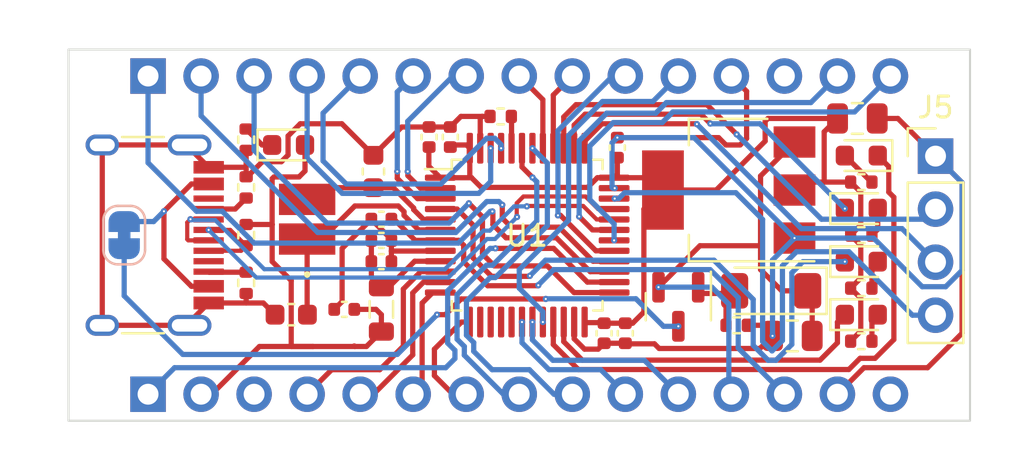
<source format=kicad_pcb>
(kicad_pcb (version 20221018) (generator pcbnew)
  (title_block (date "sam. 04 avril 2015"))
  (layers (0 "F.Cu" signal) (31 "B.Cu" signal) (34 "B.Paste" user) (35 "F.Paste" user) (36 "B.SilkS" user "B.Silkscreen") (37 "F.SilkS" user "F.Silkscreen") (38 "B.Mask" user) (39 "F.Mask" user) (44 "Edge.Cuts" user))
  (net 0 "")
  (net 1 "GND")
  (net 2 "/~{RESET}")
  (net 3 "+3.3V")
  (net 4 "+3.3VA")
  (net 5 "/HSE_IN")
  (net 6 "/HSE_OUT")
  (net 7 "+12V")
  (net 8 "/LED1_GRN")
  (net 9 "+5V")
  (net 10 "Net-(D1-A)")
  (net 11 "/LED2_ORG")
  (net 12 "Net-(D2-A)")
  (net 13 "/LED3_RED")
  (net 14 "Net-(D3-A)")
  (net 15 "/LED4_BLU")
  (net 16 "Net-(D4-A)")
  (net 17 "Net-(D5-A)")
  (net 18 "/PWR_LED_K")
  (net 19 "/PB13")
  (net 21 "/PA0")
  (net 22 "/PA1")
  (net 23 "/PA2")
  (net 24 "/PA3")
  (net 25 "/PB7")
  (net 26 "/PB6")
  (net 27 "/PB0")
  (net 28 "/PB1")
  (net 29 "/PB14")
  (net 30 "/PB15")
  (net 31 "/PB12")
  (net 32 "/PB9")
  (net 33 "/PB8")
  (net 34 "/PC14")
  (net 35 "/PC13")
  (net 36 "/PB5")
  (net 37 "/PB4")
  (net 38 "/PA8")
  (net 39 "/PB2")
  (net 40 "/PA10")
  (net 41 "/PA9")
  (net 42 "Net-(JP1-B)")
  (net 43 "Net-(J3-CC1)")
  (net 44 "/USB_D+")
  (net 45 "/USB_D-")
  (net 47 "Net-(J3-CC2)")
  (net 50 "SWDIO")
  (net 51 "SWCLK")
  (net 52 "SWO")
  (net 53 "VBUS")
  (net 54 "/BOOT0")
  (net 55 "/SPI1_NSS")
  (net 56 "/SPI1_SCK")
  (net 57 "/SPI1_MISO")
  (net 58 "/SPI1_MOSI")
  (footprint "Capacitor_SMD:C_0402_1005Metric" (layer "F.Cu") (at 114.986 91.364)
    (fp_text reference "C6" hide)
    (fp_text value "10n 50V")
  )
  (footprint "Resistor_SMD:R_0402_1005Metric" (layer "F.Cu") (at 137.973 93.65 180)
    (fp_text reference "R1" hide)
    (fp_text value "1k5")
  )
  (footprint "Resistor_SMD:R_0402_1005Metric" (layer "F.Cu") (at 137.973 88.57 180)
    (fp_text reference "R3" hide)
    (fp_text value "1k5")
  )
  (footprint "Resistor_SMD:R_0402_1005Metric" (layer "F.Cu") (at 137.973 96.19 180)
    (fp_text reference "R4" hide)
    (fp_text value "1k5")
  )
  (footprint "Package_TO_SOT_SMD:SOT-223-3_TabPin2" (layer "F.Cu") (at 131.623 88.951 180)
    (fp_text reference "U3" hide)
    (fp_text value "AMS1117-3.3")
  )
  (footprint "Capacitor_SMD:C_0805_2012Metric" (layer "F.Cu") (at 134.671 95.936 180)
    (fp_text reference "C13" hide)
    (fp_text value "22u 25V")
  )
  (footprint "Resistor_SMD:R_0402_1005Metric" (layer "F.Cu") (at 120.701 85.4235 180)
    (fp_text reference "R5" hide)
    (fp_text value "10k")
  )
  (footprint "Resistor_SMD:R_0402_1005Metric" (layer "F.Cu") (at 132.004 95.428)
    (fp_text reference "R10" hide)
    (fp_text value "100k")
  )
  (footprint "LED_SMD:LED_0603_1608Metric" (layer "F.Cu") (at 137.973 92.38)
    (fp_text reference "D1" hide)
    (fp_text value "LED green")
  )
  (footprint "Arduino_MountingHole:MountingHole_65mil" (layer "F.Cu") (at 101.27 83.49)
    (fp_text reference "MH2" hide)
    (fp_text value "MountingHole_65mil" hide)
  )
  (footprint "Capacitor_SMD:C_0603_1608Metric" (layer "F.Cu") (at 114.605 88.062 -90)
    (fp_text reference "C10" hide)
    (fp_text value "20p 50V")
  )
  (footprint "LED_SMD:LED_0603_1608Metric" (layer "F.Cu") (at 110.541 86.792)
    (fp_text reference "D6" hide)
    (fp_text value "LED red (PWR)")
  )
  (footprint "Capacitor_SMD:C_0402_1005Metric" (layer "F.Cu") (at 126.289 86.919 90)
    (fp_text reference "C3" hide)
    (fp_text value "100n 16V")
  )
  (footprint "Capacitor_SMD:C_0402_1005Metric" (layer "F.Cu") (at 117.272 86.411 90)
    (fp_text reference "C4" hide)
    (fp_text value "100n 16V")
  )
  (footprint "Inductor_SMD:L_0805_2012Metric" (layer "F.Cu") (at 114.986 94.666 -90)
    (fp_text reference "L1" hide)
    (fp_text value "600Ω@100MHz")
  )
  (footprint "Diode_SMD:D_MiniMELF" (layer "F.Cu") (at 133.655 93.777 180)
    (fp_text reference "D5" hide)
    (fp_text value "6V")
  )
  (footprint "Capacitor_SMD:C_0603_1608Metric" (layer "F.Cu") (at 110.668 94.92)
    (fp_text reference "C11" hide)
    (fp_text value "20p 50V")
  )
  (footprint "Capacitor_SMD:C_0402_1005Metric" (layer "F.Cu") (at 113.208 94.666 180)
    (fp_text reference "C8" hide)
    (fp_text value "1u 25V")
  )
  (footprint "Connector_PinHeader_2.54mm:PinHeader_1x04_P2.54mm_Vertical" (layer "F.Cu") (at 141.529 87.3252)
    (fp_text reference "J5")
    (fp_text value "DEBUG")
  )
  (footprint "Arduino_MountingHole:MountingHole_65mil" (layer "F.Cu") (at 141.91 98.73)
    (fp_text reference "MH4" hide)
    (fp_text value "MountingHole_65mil" hide)
  )
  (footprint "Resistor_SMD:R_0402_1005Metric" (layer "F.Cu") (at 108.509 88.824 -90)
    (fp_text reference "R6" hide)
    (fp_text value "5k1")
  )
  (footprint "LED_SMD:LED_0603_1608Metric" (layer "F.Cu") (at 137.973 89.84)
    (fp_text reference "D2" hide)
    (fp_text value "LED yellow")
  )
  (footprint "Package_QFP:LQFP-48_7x7mm_P0.5mm" (layer "F.Cu") (at 121.971 91.11)
    (fp_text reference "U1")
    (fp_text value "STM32F103C8T6")
  )
  (footprint "Capacitor_SMD:C_0402_1005Metric" (layer "F.Cu") (at 114.986 92.38)
    (fp_text reference "C7" hide)
    (fp_text value "1u 25V")
  )
  (footprint "LED_SMD:LED_0603_1608Metric" (layer "F.Cu") (at 137.973 87.3 180)
    (fp_text reference "D3" hide)
    (fp_text value "LED red")
  )
  (footprint "Capacitor_SMD:C_0402_1005Metric" (layer "F.Cu") (at 125.654 95.809 -90)
    (fp_text reference "C2" hide)
    (fp_text value "100n 16V")
  )
  (footprint "Capacitor_SMD:C_0402_1005Metric" (layer "F.Cu") (at 118.288 86.411 90)
    (fp_text reference "C5" hide)
    (fp_text value "100n 16V")
  )
  (footprint "Arduino_MountingHole:MountingHole_65mil" (layer "F.Cu") (at 101.27 98.73)
    (fp_text reference "MH1" hide)
    (fp_text value "MountingHole_65mil" hide)
  )
  (footprint "Resistor_SMD:R_0402_1005Metric" (layer "F.Cu") (at 108.509 86.538 -90)
    (fp_text reference "R9" hide)
    (fp_text value "1k5")
  )
  (footprint "Capacitor_SMD:C_0805_2012Metric" (layer "F.Cu") (at 137.785 85.522)
    (fp_text reference "C14" hide)
    (fp_text value "22u 25V")
  )
  (footprint "Capacitor_SMD:C_0402_1005Metric" (layer "F.Cu") (at 126.67 95.809 -90)
    (fp_text reference "C1" hide)
    (fp_text value "10n 50V")
  )
  (footprint "Resistor_SMD:R_0402_1005Metric" (layer "F.Cu") (at 108.509 93.396 90)
    (fp_text reference "R7" hide)
    (fp_text value "5k1")
  )
  (footprint "Connector_USB:USB_C_Receptacle_HRO_TYPE-C-31-M-12" (layer "F.Cu") (at 102.667 91.11 -90)
    (fp_text reference "J3" hide)
    (fp_text value "TYPE-C-31-M-12")
  )
  (footprint "Arduino_MountingHole:MountingHole_65mil" (layer "F.Cu") (at 141.91 83.49)
    (fp_text reference "MH3" hide)
    (fp_text value "MountingHole_65mil" hide)
  )
  (footprint "Package_TO_SOT_SMD:SOT-23" (layer "F.Cu") (at 129.21 94.539 -90)
    (fp_text reference "Q1" hide)
    (fp_text value "AO3401A")
  )
  (footprint "Resistor_SMD:R_0402_1005Metric" (layer "F.Cu") (at 108.509 91.11 -90)
    (fp_text reference "R8" hide)
    (fp_text value "1k5")
  )
  (footprint "Capacitor_SMD:C_0402_1005Metric" (layer "F.Cu") (at 114.986 90.348 180)
    (fp_text reference "C9" hide)
    (fp_text value "100n 16V")
  )
  (footprint "LED_SMD:LED_0603_1608Metric" (layer "F.Cu") (at 137.973 94.92)
    (fp_text reference "D4" hide)
    (fp_text value "LED blue")
  )
  (footprint "Resistor_SMD:R_0402_1005Metric" (layer "F.Cu") (at 137.973 91.11 180)
    (fp_text reference "R2" hide)
    (fp_text value "1k5")
  )
  (footprint "Project_Library:NX3225GD8MHZSTDCRA3" (layer "F.Cu") (at 111.43 90.348 90)
    (fp_text reference "X1" hide)
    (fp_text value "NX3225GD-8MHZ-STD-CRA-3" hide)
  )
  (footprint "Connector_PinHeader_2.54mm:PinHeader_1x15_P2.54mm_Vertical" (layer "B.Cu") (at 103.81 98.73 -90)
    (fp_text reference "J1" hide)
    (fp_text value "Analog")
  )
  (footprint "Connector_PinHeader_2.54mm:PinHeader_1x15_P2.54mm_Vertical" (layer "B.Cu") (at 103.81 83.49 -90)
    (fp_text reference "J2" hide)
    (fp_text value "Digital")
  )
  (footprint "Jumper:SolderJumper-2_P1.3mm_Bridged_RoundedPad1.0x1.5mm" (layer "B.Cu") (at 102.667 91.11 90)
    (fp_text reference "JP1" hide)
    (fp_text value "Disc. VBUS")
  )
  (gr_rect (start 100 82.22) (end 143.18 100) (stroke (width 0.1)) (fill none) (layer "Edge.Cuts"))
  (segment (start 110.516 86.360521) (end 110.516 87.273479) (width 0.25) (layer "F.Cu") (net 1))
  (segment (start 119.721 85.5145) (end 119.812 85.4235) (width 0.25) (layer "F.Cu") (net 1))
  (segment (start 108.562521 88.314) (end 108.509 88.314) (width 0.25) (layer "F.Cu") (net 1))
  (segment (start 105.515 95.557) (end 106.712 94.36) (width 0.25) (layer "F.Cu") (net 1))
  (segment (start 114.506 90.355609) (end 114.506 90.348) (width 0.25) (layer "F.Cu") (net 1))
  (segment (start 111.100521 85.776) (end 110.516 86.360521) (width 0.25) (layer "F.Cu") (net 1))
  (segment (start 109.333 94.36) (end 108.509 94.36) (width 0.25) (layer "F.Cu") (net 1))
  (segment (start 132.479 84.219) (end 131.75 83.49) (width 0.25) (layer "F.Cu") (net 1))
  (segment (start 132.514 95.428) (end 133.213 95.428) (width 0.25) (layer "F.Cu") (net 1))
  (segment (start 108.509 87.808) (end 108.509 87.048) (width 0.25) (layer "F.Cu") (net 1))
  (segment (start 109.893 94.92) (end 109.333 94.36) (width 0.25) (layer "F.Cu") (net 1))
  (segment (start 114.605 87.287) (end 113.094 85.776) (width 0.25) (layer "F.Cu") (net 1))
  (segment (start 125.654 96.289) (end 126.67 96.289) (width 0.25) (layer "F.Cu") (net 1))
  (segment (start 124.221 96.075685) (end 124.716315 96.571) (width 0.25) (layer "F.Cu") (net 1))
  (segment (start 115.466 91.364) (end 115.466 91.872) (width 0.25) (layer "F.Cu") (net 1))
  (segment (start 133.118 96.539) (end 133.721 95.936) (width 0.25) (layer "F.Cu") (net 1))
  (segment (start 106.712 87.86) (end 108.457 87.86) (width 0.25) (layer "F.Cu") (net 1))
  (segment (start 132.479 86.480752) (end 132.479 84.219) (width 0.25) (layer "F.Cu") (net 1))
  (segment (start 136.83 98.73) (end 138.1 97.46) (width 0.25) (layer "F.Cu") (net 1))
  (segment (start 142.799 95.809) (end 142.799 88.5952) (width 0.25) (layer "F.Cu") (net 1))
  (segment (start 113.105 94.289) (end 112.728 94.666) (width 0.25) (layer "F.Cu") (net 1))
  (segment (start 101.617 95.43) (end 105.797 95.43) (width 0.25) (layer "F.Cu") (net 1))
  (segment (start 110.516 87.273479) (end 110.197479 87.592) (width 0.25) (layer "F.Cu") (net 1))
  (segment (start 113.105 91.749) (end 113.105 94.289) (width 0.25) (layer "F.Cu") (net 1))
  (segment (start 105.797 86.945) (end 106.712 87.86) (width 0.25) (layer "F.Cu") (net 1))
  (segment (start 115.466 91.872) (end 115.466 92.38) (width 0.25) (layer "F.Cu") (net 1))
  (segment (start 108.509 93.906) (end 108.509 94.36) (width 0.25) (layer "F.Cu") (net 1))
  (segment (start 115.466 91.872) (end 117.7965 91.872) (width 0.25) (layer "F.Cu") (net 1))
  (segment (start 128.067 96.317) (end 128.289 96.539) (width 0.25) (layer "F.Cu") (net 1))
  (segment (start 132.167752 86.792) (end 132.479 86.480752) (width 0.25) (layer "F.Cu") (net 1))
  (segment (start 101.617 95.43) (end 101.617 86.79) (width 0.25) (layer "F.Cu") (net 1))
  (segment (start 117.7965 91.872) (end 117.8085 91.86) (width 0.25) (layer "F.Cu") (net 1))
  (segment (start 125.372 96.571) (end 125.654 96.289) (width 0.25) (layer "F.Cu") (net 1))
  (segment (start 126.1615 88.86) (end 126.162 88.8595) (width 0.25) (layer "F.Cu") (net 1))
  (segment (start 131.490498 86.792) (end 132.167752 86.792) (width 0.25) (layer "F.Cu") (net 1))
  (segment (start 117.242 85.901) (end 117.272 85.931) (width 0.25) (layer "F.Cu") (net 1))
  (segment (start 109.284521 87.592) (end 108.562521 88.314) (width 0.25) (layer "F.Cu") (net 1))
  (segment (start 133.213 95.428) (end 133.721 95.936) (width 0.25) (layer "F.Cu") (net 1))
  (segment (start 118.288 85.931) (end 118.7955 85.4235) (width 0.25) (layer "F.Cu") (net 1))
  (segment (start 126.698 96.317) (end 126.67 96.289) (width 0.25) (layer "F.Cu") (net 1))
  (segment (start 105.797 86.79) (end 105.797 86.945) (width 0.25) (layer "F.Cu") (net 1))
  (segment (start 139.7258 85.522) (end 138.735 85.522) (width 0.25) (layer "F.Cu") (net 1))
  (segment (start 113.094 85.776) (end 111.100521 85.776) (width 0.25) (layer "F.Cu") (net 1))
  (segment (start 138.1 97.46) (end 141.148 97.46) (width 0.25) (layer "F.Cu") (net 1))
  (segment (start 115.466 91.315609) (end 114.506 90.355609) (width 0.25) (layer "F.Cu") (net 1))
  (segment (start 142.799 88.5952) (end 139.7258 85.522) (width 0.25) (layer "F.Cu") (net 1))
  (segment (start 119.812 85.4235) (end 120.191 85.4235) (width 0.25) (layer "F.Cu") (net 1))
  (segment (start 131.137498 86.439) (end 131.490498 86.792) (width 0.25) (layer "F.Cu") (net 1))
  (segment (start 108.509 94.36) (end 106.712 94.36) (width 0.25) (layer "F.Cu") (net 1))
  (segment (start 128.067 96.317) (end 126.698 96.317) (width 0.25) (layer "F.Cu") (net 1))
  (segment (start 108.509 88.314) (end 108.509 87.808) (width 0.25) (layer "F.Cu") (net 1))
  (segment (start 115.466 91.364) (end 115.466 91.315609) (width 0.25) (layer "F.Cu") (net 1))
  (segment (start 117.272 85.931) (end 118.288 85.931) (width 0.25) (layer "F.Cu") (net 1))
  (segment (start 115.961 85.931) (end 114.605 87.287) (width 0.25) (layer "F.Cu") (net 1))
  (segment (start 119.721 86.9475) (end 119.721 85.5145) (width 0.25) (layer "F.Cu") (net 1))
  (segment (start 126.1335 88.86) (end 126.1615 88.86) (width 0.25) (layer "F.Cu") (net 1))
  (segment (start 114.506 90.348) (end 113.105 91.749) (width 0.25) (layer "F.Cu") (net 1))
  (segment (start 110.197479 87.592) (end 109.284521 87.592) (width 0.25) (layer "F.Cu") (net 1))
  (segment (start 118.7955 85.4235) (end 119.812 85.4235) (width 0.25) (layer "F.Cu") (net 1))
  (segment (start 101.617 86.79) (end 105.797 86.79) (width 0.25) (layer "F.Cu") (net 1))
  (segment (start 126.289 86.439) (end 131.137498 86.439) (width 0.25) (layer "F.Cu") (net 1))
  (segment (start 128.289 96.539) (end 133.118 96.539) (width 0.25) (layer "F.Cu") (net 1))
  (segment (start 124.221 95.2725) (end 124.221 96.075685) (width 0.25) (layer "F.Cu") (net 1))
  (segment (start 117.272 85.931) (end 115.961 85.931) (width 0.25) (layer "F.Cu") (net 1))
  (segment (start 124.716315 96.571) (end 125.372 96.571) (width 0.25) (layer "F.Cu") (net 1))
  (segment (start 108.457 87.86) (end 108.509 87.808) (width 0.25) (layer "F.Cu") (net 1))
  (segment (start 141.148 97.46) (end 142.799 95.809) (width 0.25) (layer "F.Cu") (net 1))
  (via micro (at 126.162 88.8595) (size 0.3) (drill 0.1) (layers "F.Cu" "B.Cu") (net 1))
  (via micro (at 134.773 91.251) (size 0.3) (drill 0.1) (layers "F.Cu" "B.Cu") (net 1))
  (via micro (at 133.721 95.936) (size 0.3) (drill 0.1) (layers "F.Cu" "B.Cu") (net 1))
  (via micro (at 126.289 86.439) (size 0.3) (drill 0.1) (layers "F.Cu" "B.Cu") (net 1))
  (segment (start 142.015701 93.5802) (end 142.799 92.796901) (width 0.25) (layer "B.Cu") (net 1))
  (segment (start 126.162 88.8595) (end 126.0705 88.8595) (width 0.25) (layer "B.Cu") (net 1))
  (segment (start 129.961 86.439) (end 134.773 91.251) (width 0.25) (layer "B.Cu") (net 1))
  (segment (start 126.035 88.824) (end 126.035 86.693) (width 0.25) (layer "B.Cu") (net 1))
  (segment (start 138.560499 91.251) (end 140.889699 93.5802) (width 0.25) (layer "B.Cu") (net 1))
  (segment (start 126.289 86.439) (end 129.961 86.439) (width 0.25) (layer "B.Cu") (net 1))
  (segment (start 126.0705 88.8595) (end 126.035 88.824) (width 0.25) (layer "B.Cu") (net 1))
  (segment (start 142.799 88.5952) (end 141.529 87.3252) (width 0.25) (layer "B.Cu") (net 1))
  (segment (start 126.035 86.693) (end 126.289 86.439) (width 0.25) (layer "B.Cu") (net 1))
  (segment (start 133.721 92.303) (end 133.721 95.936) (width 0.25) (layer "B.Cu") (net 1))
  (segment (start 142.799 92.796901) (end 142.799 88.5952) (width 0.25) (layer "B.Cu") (net 1))
  (segment (start 140.889699 93.5802) (end 142.015701 93.5802) (width 0.25) (layer "B.Cu") (net 1))
  (segment (start 134.773 91.251) (end 138.560499 91.251) (width 0.25) (layer "B.Cu") (net 1))
  (segment (start 134.773 91.251) (end 133.721 92.303) (width 0.25) (layer "B.Cu") (net 1))
  (segment (start 122.502523 93.510477) (end 122.479 93.534) (width 0.25) (layer "F.Cu") (net 2))
  (segment (start 118.696 91.36) (end 117.8085 91.36) (width 0.25) (layer "F.Cu") (net 2))
  (segment (start 118.9275 92.3845) (end 118.9275 91.5915) (width 0.25) (layer "F.Cu") (net 2))
  (segment (start 116.605 91.36) (end 115.593 90.348) (width 0.25) (layer "F.Cu") (net 2))
  (segment (start 120.077 93.534) (end 118.9275 92.3845) (width 0.25) (layer "F.Cu") (net 2))
  (segment (start 118.9275 91.5915) (end 118.696 91.36) (width 0.25) (layer "F.Cu") (net 2))
  (segment (start 122.479 93.534) (end 120.077 93.534) (width 0.25) (layer "F.Cu") (net 2))
  (segment (start 117.8085 91.36) (end 116.605 91.36) (width 0.25) (layer "F.Cu") (net 2))
  (via micro (at 122.502523 93.510477) (size 0.3) (drill 0.1) (layers "F.Cu" "B.Cu") (net 2))
  (segment (start 130.732604 92.761) (end 132.078604 94.107) (width 0.25) (layer "B.Cu") (net 2))
  (segment (start 123.241 92.761) (end 130.732604 92.761) (width 0.25) (layer "B.Cu") (net 2))
  (segment (start 122.502523 93.499477) (end 123.241 92.761) (width 0.25) (layer "B.Cu") (net 2))
  (segment (start 132.078604 96.518604) (end 134.29 98.73) (width 0.25) (layer "B.Cu") (net 2))
  (segment (start 132.078604 94.107) (end 132.078604 96.518604) (width 0.25) (layer "B.Cu") (net 2))
  (segment (start 122.502523 93.510477) (end 122.502523 93.499477) (width 0.25) (layer "B.Cu") (net 2))
  (segment (start 109.839462 88.323) (end 109.753 88.409462) (width 0.25) (layer "F.Cu") (net 3))
  (segment (start 106.35 98.73) (end 106.858 98.73) (width 0.25) (layer "F.Cu") (net 3))
  (segment (start 110.668 96.4355) (end 110.6765 96.444) (width 0.25) (layer "F.Cu") (net 3))
  (segment (start 117.26 87.8115) (end 117.8085 88.36) (width 0.25) (layer "F.Cu") (net 3))
  (segment (start 110.668 93.287) (end 110.668 96.4355) (width 0.25) (layer "F.Cu") (net 3))
  (segment (start 119.304 88.36) (end 119.768 88.824) (width 0.25) (layer "F.Cu") (net 3))
  (segment (start 137.948 94.135) (end 137.948 95.705) (width 0.25) (layer "F.Cu") (net 3))
  (segment (start 114.986 95.7285) (end 114.986 94.92) (width 0.25) (layer "F.Cu") (net 3))
  (segment (start 109.753 88.409462) (end 109.753 90.6) (width 0.25) (layer "F.Cu") (net 3))
  (segment (start 113.688 96.416) (end 113.716 96.444) (width 0.25) (layer "F.Cu") (net 3))
  (segment (start 137.948 89.055) (end 137.948 90.627) (width 0.25) (layer "F.Cu") (net 3))
  (segment (start 127.559 89.865) (end 128.473 88.951) (width 0.25) (layer "F.Cu") (net 3))
  (segment (start 125.330315 88.36) (end 126.1335 88.36) (width 0.25) (layer "F.Cu") (net 3))
  (segment (start 137.463 91.11) (end 137.948 91.595) (width 0.25) (layer "F.Cu") (net 3))
  (segment (start 109.755 92.374) (end 110.668 93.287) (width 0.25) (layer "F.Cu") (net 3))
  (segment (start 124.721 95.2725) (end 124.7495 95.301) (width 0.25) (layer "F.Cu") (net 3))
  (segment (start 109.144 96.444) (end 111.714183 96.444) (width 0.25) (layer "F.Cu") (net 3))
  (segment (start 127.023 95.329) (end 127.559 94.793) (width 0.25) (layer "F.Cu") (net 3))
  (segment (start 126.67 95.329) (end 127.023 95.329) (width 0.25) (layer "F.Cu") (net 3))
  (segment (start 137.948 91.595) (end 137.948 93.165) (width 0.25) (layer "F.Cu") (net 3))
  (segment (start 119.221 86.9475) (end 119.221 88.277) (width 0.25) (layer "F.Cu") (net 3))
  (segment (start 126.289 88.2045) (end 126.1335 88.36) (width 0.25) (layer "F.Cu") (net 3))
  (segment (start 125.654 95.329) (end 126.67 95.329) (width 0.25) (layer "F.Cu") (net 3))
  (segment (start 106.858 98.73) (end 109.144 96.444) (width 0.25) (layer "F.Cu") (net 3))
  (segment (start 114.986 94.92) (end 114.732 94.666) (width 0.25) (layer "F.Cu") (net 3))
  (segment (start 119.066 86.7925) (end 119.221 86.9475) (width 0.25) (layer "F.Cu") (net 3))
  (segment (start 137.463 88.57) (end 137.948 89.055) (width 0.25) (layer "F.Cu") (net 3))
  (segment (start 114.2705 96.444) (end 114.986 95.7285) (width 0.25) (layer "F.Cu") (net 3))
  (segment (start 137.948 93.165) (end 137.463 93.65) (width 0.25) (layer "F.Cu") (net 3))
  (segment (start 118.276 86.7925) (end 119.066 86.7925) (width 0.25) (layer "F.Cu") (net 3))
  (segment (start 113.716 96.444) (end 114.2705 96.444) (width 0.25) (layer "F.Cu") (net 3))
  (segment (start 109.753 90.6) (end 109.755 90.602) (width 0.25) (layer "F.Cu") (net 3))
  (segment (start 111.3285 88.0365) (end 111.042 88.323) (width 0.25) (layer "F.Cu") (net 3))
  (segment (start 137.465 91.11) (end 137.463 91.11) (width 0.25) (layer "F.Cu") (net 3))
  (segment (start 109.755 90.602) (end 109.755 92.374) (width 0.25) (layer "F.Cu") (net 3))
  (segment (start 134.773 88.951) (end 135.154 88.57) (width 0.25) (layer "F.Cu") (net 3))
  (segment (start 133.503752 85.522) (end 133.368 85.657752) (width 0.25) (layer "F.Cu") (net 3))
  (segment (start 111.042 88.323) (end 109.839462 88.323) (width 0.25) (layer "F.Cu") (net 3))
  (segment (start 126.289 87.399) (end 126.289 88.2045) (width 0.25) (layer "F.Cu") (net 3))
  (segment (start 135.154 88.57) (end 136.195 88.57) (width 0.25) (layer "F.Cu") (net 3))
  (segment (start 136.835 85.522) (end 133.503752 85.522) (width 0.25) (layer "F.Cu") (net 3))
  (segment (start 136.195 88.57) (end 137.463 88.57) (width 0.25) (layer "F.Cu") (net 3))
  (segment (start 114.732 94.666) (end 113.688 94.666) (width 0.25) (layer "F.Cu") (net 3))
  (segment (start 125.626 95.301) (end 125.654 95.329) (width 0.25) (layer "F.Cu") (net 3))
  (segment (start 110.6765 96.444) (end 111.714183 96.444) (width 0.25) (layer "F.Cu") (net 3))
  (segment (start 127.559 94.793) (end 127.559 89.865) (width 0.25) (layer "F.Cu") (net 3))
  (segment (start 133.368 86.607752) (end 131.024752 88.951) (width 0.25) (layer "F.Cu") (net 3))
  (segment (start 127.882 88.36) (end 126.1335 88.36) (width 0.25) (layer "F.Cu") (net 3))
  (segment (start 124.866315 88.824) (end 125.330315 88.36) (width 0.25) (layer "F.Cu") (net 3))
  (segment (start 137.948 95.705) (end 137.463 96.19) (width 0.25) (layer "F.Cu") (net 3))
  (segment (start 108.509 90.6) (end 109.753 90.6) (width 0.25) (layer "F.Cu") (net 3))
  (segment (start 117.8085 88.36) (end 119.304 88.36) (width 0.25) (layer "F.Cu") (net 3))
  (segment (start 111.714183 96.444) (end 113.716 96.444) (width 0.25) (layer "F.Cu") (net 3))
  (segment (start 136.195 86.162) (end 136.195 88.57) (width 0.25) (layer "F.Cu") (net 3))
  (segment (start 119.221 88.277) (end 119.304 88.36) (width 0.25) (layer "F.Cu") (net 3))
  (segment (start 133.368 85.657752) (end 133.368 86.607752) (width 0.25) (layer "F.Cu") (net 3))
  (segment (start 128.473 88.951) (end 127.882 88.36) (width 0.25) (layer "F.Cu") (net 3))
  (segment (start 119.768 88.824) (end 124.866315 88.824) (width 0.25) (layer "F.Cu") (net 3))
  (segment (start 131.024752 88.951) (end 128.473 88.951) (width 0.25) (layer "F.Cu") (net 3))
  (segment (start 124.7495 95.301) (end 125.626 95.301) (width 0.25) (layer "F.Cu") (net 3))
  (segment (start 137.463 93.65) (end 137.948 94.135) (width 0.25) (layer "F.Cu") (net 3))
  (segment (start 117.26 86.7925) (end 117.26 87.8115) (width 0.25) (layer "F.Cu") (net 3))
  (segment (start 137.948 90.627) (end 137.465 91.11) (width 0.25) (layer "F.Cu") (net 3))
  (segment (start 136.835 85.522) (end 136.195 86.162) (width 0.25) (layer "F.Cu") (net 3))
  (segment (start 111.3285 86.792) (end 111.3285 88.0365) (width 0.25) (layer "F.Cu") (net 3))
  (segment (start 114.986 93.6035) (end 114.506 93.1235) (width 0.25) (layer "F.Cu") (net 4))
  (segment (start 115.337109 93.6035) (end 115.113 93.6035) (width 0.25) (layer "F.Cu") (net 4))
  (segment (start 114.506 93.1235) (end 114.506 92.38) (width 0.25) (layer "F.Cu") (net 4))
  (segment (start 114.506 92.38) (end 114.506 91.364) (width 0.25) (layer "F.Cu") (net 4))
  (segment (start 116.580609 92.36) (end 115.337109 93.6035) (width 0.25) (layer "F.Cu") (net 4))
  (segment (start 117.8085 92.36) (end 116.580609 92.36) (width 0.25) (layer "F.Cu") (net 4))
  (segment (start 116.532005 89.88669) (end 117.005315 90.36) (width 0.25) (layer "F.Cu") (net 5))
  (segment (start 114.605 88.837) (end 115.559005 88.837) (width 0.25) (layer "F.Cu") (net 5))
  (segment (start 114.605 88.837) (end 111.991 88.837) (width 0.25) (layer "F.Cu") (net 5))
  (segment (start 111.991 88.837) (end 111.43 89.398) (width 0.25) (layer "F.Cu") (net 5))
  (segment (start 117.005315 90.36) (end 117.8085 90.36) (width 0.25) (layer "F.Cu") (net 5))
  (segment (start 115.559005 88.837) (end 116.532005 89.81) (width 0.25) (layer "F.Cu") (net 5))
  (segment (start 116.532005 89.81) (end 116.532005 89.88669) (width 0.25) (layer "F.Cu") (net 5))
  (segment (start 116.071 89.985391) (end 115.798609 89.713) (width 0.25) (layer "F.Cu") (net 6))
  (segment (start 113.716 89.713) (end 112.131 91.298) (width 0.25) (layer "F.Cu") (net 6))
  (segment (start 112.131 91.298) (end 111.43 91.298) (width 0.25) (layer "F.Cu") (net 6))
  (segment (start 116.071 90.163) (end 116.071 89.985391) (width 0.25) (layer "F.Cu") (net 6))
  (segment (start 111.43 94.907) (end 111.443 94.92) (width 0.25) (layer "F.Cu") (net 6))
  (segment (start 117.8085 90.86) (end 116.768 90.86) (width 0.25) (layer "F.Cu") (net 6))
  (segment (start 115.798609 89.713) (end 113.716 89.713) (width 0.25) (layer "F.Cu") (net 6))
  (segment (start 116.768 90.86) (end 116.071 90.163) (width 0.25) (layer "F.Cu") (net 6))
  (segment (start 111.43 91.298) (end 111.43 94.907) (width 0.25) (layer "F.Cu") (net 6))
  (segment (start 122.098 93.0595) (end 122.0735 93.084) (width 0.25) (layer "F.Cu") (net 8))
  (segment (start 118.611685 89.86) (end 117.8085 89.86) (width 0.25) (layer "F.Cu") (net 8))
  (segment (start 120.262 93.084) (end 119.3775 92.1995) (width 0.25) (layer "F.Cu") (net 8))
  (segment (start 119.3775 90.625815) (end 118.611685 89.86) (width 0.25) (layer "F.Cu") (net 8))
  (segment (start 119.3775 92.1995) (end 119.3775 90.625815) (width 0.25) (layer "F.Cu") (net 8))
  (segment (start 122.0735 93.084) (end 120.262 93.084) (width 0.25) (layer "F.Cu") (net 8))
  (via micro (at 122.098 93.0595) (size 0.3) (drill 0.1) (layers "F.Cu" "B.Cu") (net 8))
  (via micro (at 137.1855 92.38) (size 0.3) (drill 0.1) (layers "F.Cu" "B.Cu") (net 8))
  (segment (start 133.884396 97.105) (end 134.646 96.343396) (width 0.25) (layer "B.Cu") (net 8))
  (segment (start 133.511604 97.105) (end 133.884396 97.105) (width 0.25) (layer "B.Cu") (net 8))
  (segment (start 122.098 93.0595) (end 122.8465 92.311) (width 0.25) (layer "B.Cu") (net 8))
  (segment (start 130.919 92.311) (end 132.796 94.188) (width 0.25) (layer "B.Cu") (net 8))
  (segment (start 134.646 92.913) (end 135.179 92.38) (width 0.25) (layer "B.Cu") (net 8))
  (segment (start 135.179 92.38) (end 137.1855 92.38) (width 0.25) (layer "B.Cu") (net 8))
  (segment (start 132.796 96.389396) (end 133.511604 97.105) (width 0.25) (layer "B.Cu") (net 8))
  (segment (start 122.8465 92.311) (end 130.919 92.311) (width 0.25) (layer "B.Cu") (net 8))
  (segment (start 134.646 96.343396) (end 134.646 92.913) (width 0.25) (layer "B.Cu") (net 8))
  (segment (start 132.796 94.188) (end 132.796 96.389396) (width 0.25) (layer "B.Cu") (net 8))
  (segment (start 128.26 93.6015) (end 130.2435 91.618) (width 0.25) (layer "F.Cu") (net 9))
  (segment (start 133.147 88.277) (end 133.147 91.618) (width 0.25) (layer "F.Cu") (net 9))
  (segment (start 133.147 91.618) (end 133.147 92.761) (width 0.25) (layer "F.Cu") (net 9))
  (segment (start 134.773 86.651) (end 133.147 88.277) (width 0.25) (layer "F.Cu") (net 9))
  (segment (start 133.147 92.761) (end 134.163 93.777) (width 0.25) (layer "F.Cu") (net 9))
  (segment (start 135.621 93.993) (end 135.405 93.777) (width 0.25) (layer "F.Cu") (net 9))
  (segment (start 134.163 93.777) (end 135.405 93.777) (width 0.25) (layer "F.Cu") (net 9))
  (segment (start 135.621 95.936) (end 135.621 93.993) (width 0.25) (layer "F.Cu") (net 9))
  (segment (start 130.2435 91.618) (end 133.147 91.618) (width 0.25) (layer "F.Cu") (net 9))
  (via micro (at 128.26 93.6015) (size 0.3) (drill 0.1) (layers "F.Cu" "B.Cu") (net 9))
  (segment (start 130.8125 93.6015) (end 128.26 93.6015) (width 0.25) (layer "B.Cu") (net 9))
  (segment (start 131.628604 94.417604) (end 130.8125 93.6015) (width 0.25) (layer "B.Cu") (net 9))
  (segment (start 131.628604 98.608604) (end 131.628604 94.417604) (width 0.25) (layer "B.Cu") (net 9))
  (segment (start 131.75 98.73) (end 131.628604 98.608604) (width 0.25) (layer "B.Cu") (net 9))
  (segment (start 138.483 92.6575) (end 138.7605 92.38) (width 0.25) (layer "F.Cu") (net 10))
  (segment (start 138.483 93.65) (end 138.483 92.6575) (width 0.25) (layer "F.Cu") (net 10))
  (segment (start 130.295546 85.3188) (end 124.7396 85.3188) (width 0.25) (layer "F.Cu") (net 11))
  (segment (start 124.221 85.8374) (end 124.221 86.9475) (width 0.25) (layer "F.Cu") (net 11))
  (segment (start 130.743373 85.766627) (end 130.295546 85.3188) (width 0.25) (layer "F.Cu") (net 11))
  (segment (start 124.7396 85.3188) (end 124.221 85.8374) (width 0.25) (layer "F.Cu") (net 11))
  (via micro (at 137.1855 89.84) (size 0.3) (drill 0.1) (layers "F.Cu" "B.Cu") (net 11))
  (via micro (at 130.743373 85.766627) (size 0.3) (drill 0.1) (layers "F.Cu" "B.Cu") (net 11))
  (segment (start 130.743373 85.766627) (end 130.752746 85.776) (width 0.25) (layer "B.Cu") (net 11))
  (segment (start 130.752746 85.776) (end 133.1215 85.776) (width 0.25) (layer "B.Cu") (net 11))
  (segment (start 133.1215 85.776) (end 137.1855 89.84) (width 0.25) (layer "B.Cu") (net 11))
  (segment (start 138.7605 89.84) (end 138.7605 90.8325) (width 0.25) (layer "F.Cu") (net 12))
  (segment (start 138.7605 90.8325) (end 138.483 91.11) (width 0.25) (layer "F.Cu") (net 12))
  (segment (start 137.913604 97.01) (end 138.633538 97.01) (width 0.25) (layer "F.Cu") (net 13))
  (segment (start 137.376604 97.547) (end 137.913604 97.01) (width 0.25) (layer "F.Cu") (net 13))
  (segment (start 139.29 87.8295) (end 138.7605 87.3) (width 0.25) (layer "F.Cu") (net 13))
  (segment (start 138.633538 97.01) (end 139.533704 96.109834) (width 0.25) (layer "F.Cu") (net 13))
  (segment (start 123.221 96.348477) (end 124.419523 97.547) (width 0.25) (layer "F.Cu") (net 13))
  (segment (start 139.533704 89.295296) (end 139.29 89.051592) (width 0.25) (layer "F.Cu") (net 13))
  (segment (start 124.419523 97.547) (end 137.376604 97.547) (width 0.25) (layer "F.Cu") (net 13))
  (segment (start 139.29 89.051592) (end 139.29 87.8295) (width 0.25) (layer "F.Cu") (net 13))
  (segment (start 123.221 95.2725) (end 123.221 96.348477) (width 0.25) (layer "F.Cu") (net 13))
  (segment (start 139.533704 96.109834) (end 139.533704 89.295296) (width 0.25) (layer "F.Cu") (net 13))
  (segment (start 138.4555 88.57) (end 137.1855 87.3) (width 0.25) (layer "F.Cu") (net 14))
  (segment (start 138.483 88.57) (end 138.4555 88.57) (width 0.25) (layer "F.Cu") (net 14))
  (segment (start 123.721 96.212081) (end 124.605919 97.097) (width 0.25) (layer "F.Cu") (net 15))
  (segment (start 135.998173 97.097) (end 136.83 96.265173) (width 0.25) (layer "F.Cu") (net 15))
  (segment (start 136.83 96.265173) (end 136.83 95.2755) (width 0.25) (layer "F.Cu") (net 15))
  (segment (start 124.605919 97.097) (end 135.998173 97.097) (width 0.25) (layer "F.Cu") (net 15))
  (segment (start 123.721 95.2725) (end 123.721 96.212081) (width 0.25) (layer "F.Cu") (net 15))
  (segment (start 136.83 95.2755) (end 137.1855 94.92) (width 0.25) (layer "F.Cu") (net 15))
  (segment (start 137.1855 94.93275) (end 137.1855 94.92) (width 0.25) (layer "F.Cu") (net 15))
  (segment (start 138.483 96.19) (end 138.483 95.1975) (width 0.25) (layer "F.Cu") (net 16))
  (segment (start 138.483 95.1975) (end 138.7605 94.92) (width 0.25) (layer "F.Cu") (net 16))
  (segment (start 131.905 93.904) (end 130.3355 93.904) (width 0.25) (layer "F.Cu") (net 17))
  (segment (start 131.494 94.315) (end 131.905 93.904) (width 0.25) (layer "F.Cu") (net 17))
  (segment (start 130.3355 93.904) (end 130.16 93.7285) (width 0.25) (layer "F.Cu") (net 17))
  (segment (start 131.494 95.555) (end 131.494 94.315) (width 0.25) (layer "F.Cu") (net 17))
  (segment (start 109.7535 86.792) (end 109.273 86.792) (width 0.25) (layer "F.Cu") (net 18))
  (segment (start 109.273 86.792) (end 108.509 86.028) (width 0.25) (layer "F.Cu") (net 18))
  (segment (start 120.447 91.745) (end 123.238208 91.745) (width 0.25) (layer "F.Cu") (net 19))
  (segment (start 123.238208 91.745) (end 124.853208 93.36) (width 0.25) (layer "F.Cu") (net 19))
  (segment (start 124.853208 93.36) (end 126.1335 93.36) (width 0.25) (layer "F.Cu") (net 19))
  (via micro (at 120.447 91.745) (size 0.3) (drill 0.1) (layers "F.Cu" "B.Cu") (net 19))
  (segment (start 105.08 97.46) (end 103.81 98.73) (width 0.25) (layer "B.Cu") (net 19))
  (segment (start 118.509 96.628248) (end 118.509 97.021752) (width 0.25) (layer "B.Cu") (net 19))
  (segment (start 120.193 91.745) (end 118.161 93.777) (width 0.25) (layer "B.Cu") (net 19))
  (segment (start 118.070752 97.46) (end 105.08 97.46) (width 0.25) (layer "B.Cu") (net 19))
  (segment (start 118.509 97.021752) (end 118.070752 97.46) (width 0.25) (layer "B.Cu") (net 19))
  (segment (start 118.161 96.280248) (end 118.509 96.628248) (width 0.25) (layer "B.Cu") (net 19))
  (segment (start 118.161 93.777) (end 118.161 96.280248) (width 0.25) (layer "B.Cu") (net 19))
  (segment (start 120.447 91.745) (end 120.193 91.745) (width 0.25) (layer "B.Cu") (net 19))
  (segment (start 116.038 96.426479) (end 114.909479 97.555) (width 0.25) (layer "F.Cu") (net 21))
  (segment (start 117.8085 92.86) (end 116.868919 92.86) (width 0.25) (layer "F.Cu") (net 21))
  (segment (start 114.909479 97.555) (end 112.605 97.555) (width 0.25) (layer "F.Cu") (net 21))
  (segment (start 116.868919 92.86) (end 116.038 93.690919) (width 0.25) (layer "F.Cu") (net 21))
  (segment (start 112.605 97.555) (end 111.43 98.73) (width 0.25) (layer "F.Cu") (net 21))
  (segment (start 116.038 93.690919) (end 116.038 96.426479) (width 0.25) (layer "F.Cu") (net 21))
  (segment (start 117.005314 93.36) (end 116.488 93.877314) (width 0.25) (layer "F.Cu") (net 22))
  (segment (start 116.488 96.847) (end 114.605 98.73) (width 0.25) (layer "F.Cu") (net 22))
  (segment (start 117.8085 93.36) (end 117.005314 93.36) (width 0.25) (layer "F.Cu") (net 22))
  (segment (start 116.488 93.877314) (end 116.488 96.847) (width 0.25) (layer "F.Cu") (net 22))
  (segment (start 114.605 98.73) (end 113.97 98.73) (width 0.25) (layer "F.Cu") (net 22))
  (segment (start 116.938 94.365) (end 116.938 98.302) (width 0.25) (layer "F.Cu") (net 23))
  (segment (start 117.443 93.86) (end 116.938 94.365) (width 0.25) (layer "F.Cu") (net 23))
  (segment (start 117.8085 93.86) (end 117.443 93.86) (width 0.25) (layer "F.Cu") (net 23))
  (segment (start 116.938 98.302) (end 116.51 98.73) (width 0.25) (layer "F.Cu") (net 23))
  (segment (start 117.526 96.571) (end 117.526 97.841) (width 0.25) (layer "F.Cu") (net 24))
  (segment (start 117.526 97.841) (end 118.415 98.73) (width 0.25) (layer "F.Cu") (net 24))
  (segment (start 118.415 98.73) (end 119.05 98.73) (width 0.25) (layer "F.Cu") (net 24))
  (segment (start 119.221 95.2725) (end 118.8245 95.2725) (width 0.25) (layer "F.Cu") (net 24))
  (segment (start 118.8245 95.2725) (end 117.526 96.571) (width 0.25) (layer "F.Cu") (net 24))
  (segment (start 122.225 88.3495) (end 121.721 87.8455) (width 0.25) (layer "F.Cu") (net 25))
  (segment (start 121.721 87.8455) (end 121.721 86.9475) (width 0.25) (layer "F.Cu") (net 25))
  (via micro (at 122.225 88.3495) (size 0.3) (drill 0.1) (layers "F.Cu" "B.Cu") (net 25))
  (segment (start 118.959 96.861) (end 120.828 98.73) (width 0.25) (layer "B.Cu") (net 25))
  (segment (start 122.428 88.5525) (end 122.428 90.435752) (width 0.25) (layer "B.Cu") (net 25))
  (segment (start 122.428 90.435752) (end 120.311252 92.5525) (width 0.25) (layer "B.Cu") (net 25))
  (segment (start 118.611 96.093852) (end 118.959 96.441852) (width 0.25) (layer "B.Cu") (net 25))
  (segment (start 120.828 98.73) (end 121.59 98.73) (width 0.25) (layer "B.Cu") (net 25))
  (segment (start 120.311252 92.5525) (end 120.021896 92.5525) (width 0.25) (layer "B.Cu") (net 25))
  (segment (start 122.225 88.3495) (end 122.428 88.5525) (width 0.25) (layer "B.Cu") (net 25))
  (segment (start 118.611 93.963396) (end 118.611 96.093852) (width 0.25) (layer "B.Cu") (net 25))
  (segment (start 118.959 96.441852) (end 118.959 96.861) (width 0.25) (layer "B.Cu") (net 25))
  (segment (start 120.021896 92.5525) (end 118.611 93.963396) (width 0.25) (layer "B.Cu") (net 25))
  (via micro (at 122.221 86.9475) (size 0.3) (drill 0.1) (layers "F.Cu" "B.Cu") (net 26))
  (segment (start 119.061 94.275396) (end 119.061 95.907456) (width 0.25) (layer "B.Cu") (net 26))
  (segment (start 122.936 90.653) (end 120.447 93.142) (width 0.25) (layer "B.Cu") (net 26))
  (segment (start 119.409 96.674604) (end 120.289396 97.555) (width 0.25) (layer "B.Cu") (net 26))
  (segment (start 120.194396 93.142) (end 119.061 94.275396) (width 0.25) (layer "B.Cu") (net 26))
  (segment (start 122.221 86.9475) (end 122.936 87.6625) (width 0.25) (layer "B.Cu") (net 26))
  (segment (start 120.289396 97.555) (end 122.076701 97.555) (width 0.25) (layer "B.Cu") (net 26))
  (segment (start 122.936 87.6625) (end 122.936 90.653) (width 0.25) (layer "B.Cu") (net 26))
  (segment (start 119.061 95.907456) (end 119.409 96.255456) (width 0.25) (layer "B.Cu") (net 26))
  (segment (start 119.409 96.255456) (end 119.409 96.674604) (width 0.25) (layer "B.Cu") (net 26))
  (segment (start 123.251701 98.73) (end 124.13 98.73) (width 0.25) (layer "B.Cu") (net 26))
  (segment (start 120.447 93.142) (end 120.194396 93.142) (width 0.25) (layer "B.Cu") (net 26))
  (segment (start 122.076701 97.555) (end 123.251701 98.73) (width 0.25) (layer "B.Cu") (net 26))
  (via micro (at 121.721 95.2725) (size 0.3) (drill 0.1) (layers "F.Cu" "B.Cu") (net 27))
  (segment (start 123.013565 97.555) (end 125.495 97.555) (width 0.25) (layer "B.Cu") (net 27))
  (segment (start 121.721 96.262435) (end 123.013565 97.555) (width 0.25) (layer "B.Cu") (net 27))
  (segment (start 121.721 95.2725) (end 121.721 96.262435) (width 0.25) (layer "B.Cu") (net 27))
  (segment (start 125.495 97.555) (end 126.67 98.73) (width 0.25) (layer "B.Cu") (net 27))
  (via micro (at 122.221 95.2725) (size 0.3) (drill 0.1) (layers "F.Cu" "B.Cu") (net 28))
  (segment (start 127.585 97.105) (end 129.21 98.73) (width 0.25) (layer "B.Cu") (net 28))
  (segment (start 123.199961 97.105) (end 127.585 97.105) (width 0.25) (layer "B.Cu") (net 28))
  (segment (start 122.221 95.2725) (end 122.221 96.126039) (width 0.25) (layer "B.Cu") (net 28))
  (segment (start 122.221 96.126039) (end 123.199961 97.105) (width 0.25) (layer "B.Cu") (net 28))
  (segment (start 124.989604 92.86) (end 126.1335 92.86) (width 0.25) (layer "F.Cu") (net 29))
  (segment (start 120.327 90.609) (end 120.955 91.237) (width 0.25) (layer "F.Cu") (net 29))
  (segment (start 120.955 91.237) (end 123.366604 91.237) (width 0.25) (layer "F.Cu") (net 29))
  (segment (start 120.327 89.999) (end 120.327 90.609) (width 0.25) (layer "F.Cu") (net 29))
  (segment (start 120.3025 89.9745) (end 120.327 89.999) (width 0.25) (layer "F.Cu") (net 29))
  (segment (start 123.366604 91.237) (end 124.989604 92.86) (width 0.25) (layer "F.Cu") (net 29))
  (via micro (at 120.3025 89.9745) (size 0.3) (drill 0.1) (layers "F.Cu" "B.Cu") (net 29))
  (segment (start 108.89 91.491) (end 107.366 89.967) (width 0.25) (layer "B.Cu") (net 29))
  (segment (start 103.81 87.643274) (end 103.81 83.49) (width 0.25) (layer "B.Cu") (net 29))
  (segment (start 106.133726 89.967) (end 103.81 87.643274) (width 0.25) (layer "B.Cu") (net 29))
  (segment (start 107.366 89.967) (end 106.133726 89.967) (width 0.25) (layer "B.Cu") (net 29))
  (segment (start 120.195734 89.9745) (end 118.679234 91.491) (width 0.25) (layer "B.Cu") (net 29))
  (segment (start 118.679234 91.491) (end 108.89 91.491) (width 0.25) (layer "B.Cu") (net 29))
  (segment (start 120.3025 89.9745) (end 120.195734 89.9745) (width 0.25) (layer "B.Cu") (net 29))
  (segment (start 125.126 92.36) (end 126.1335 92.36) (width 0.25) (layer "F.Cu") (net 30))
  (segment (start 120.777 90.297) (end 121.209 90.729) (width 0.25) (layer "F.Cu") (net 30))
  (segment (start 121.209 90.729) (end 123.495 90.729) (width 0.25) (layer "F.Cu") (net 30))
  (segment (start 123.495 90.729) (end 125.126 92.36) (width 0.25) (layer "F.Cu") (net 30))
  (segment (start 120.777 89.662) (end 120.777 90.297) (width 0.25) (layer "F.Cu") (net 30))
  (via micro (at 120.777 89.662) (size 0.3) (drill 0.1) (layers "F.Cu" "B.Cu") (net 30))
  (segment (start 118.550838 90.983) (end 111.938 90.983) (width 0.25) (layer "B.Cu") (net 30))
  (segment (start 106.35 85.395) (end 106.35 83.49) (width 0.25) (layer "B.Cu") (net 30))
  (segment (start 120.034338 89.4995) (end 118.550838 90.983) (width 0.25) (layer "B.Cu") (net 30))
  (segment (start 120.777 89.662) (end 120.6145 89.4995) (width 0.25) (layer "B.Cu") (net 30))
  (segment (start 111.938 90.983) (end 106.35 85.395) (width 0.25) (layer "B.Cu") (net 30))
  (segment (start 120.6145 89.4995) (end 120.034338 89.4995) (width 0.25) (layer "B.Cu") (net 30))
  (segment (start 119.8275 90.2365) (end 119.8275 92.013104) (width 0.25) (layer "F.Cu") (net 31))
  (segment (start 124.213 93.86) (end 126.1335 93.86) (width 0.25) (layer "F.Cu") (net 31))
  (segment (start 120.398896 92.5845) (end 122.9375 92.5845) (width 0.25) (layer "F.Cu") (net 31))
  (segment (start 119.8275 92.013104) (end 120.398896 92.5845) (width 0.25) (layer "F.Cu") (net 31))
  (segment (start 122.9375 92.5845) (end 124.213 93.86) (width 0.25) (layer "F.Cu") (net 31))
  (segment (start 119.177 89.586) (end 119.8275 90.2365) (width 0.25) (layer "F.Cu") (net 31))
  (via micro (at 119.177 89.586) (size 0.3) (drill 0.1) (layers "F.Cu" "B.Cu") (net 31))
  (segment (start 119.177 89.586) (end 118.23 90.533) (width 0.25) (layer "B.Cu") (net 31))
  (segment (start 118.23 90.533) (end 112.377 90.533) (width 0.25) (layer "B.Cu") (net 31))
  (segment (start 108.89 87.046) (end 108.89 83.49) (width 0.25) (layer "B.Cu") (net 31))
  (segment (start 112.377 90.533) (end 108.89 87.046) (width 0.25) (layer "B.Cu") (net 31))
  (via micro (at 120.221 86.9475) (size 0.3) (drill 0.1) (layers "F.Cu" "B.Cu") (net 32))
  (segment (start 113.114 89.111) (end 111.43 87.427) (width 0.25) (layer "B.Cu") (net 32))
  (segment (start 111.43 87.427) (end 111.43 83.49) (width 0.25) (layer "B.Cu") (net 32))
  (segment (start 120.221 88.542) (end 119.652 89.111) (width 0.25) (layer "B.Cu") (net 32))
  (segment (start 119.652 89.111) (end 113.114 89.111) (width 0.25) (layer "B.Cu") (net 32))
  (segment (start 120.221 86.9475) (end 120.221 88.542) (width 0.25) (layer "B.Cu") (net 32))
  (via micro (at 120.721 86.9475) (size 0.3) (drill 0.1) (layers "F.Cu" "B.Cu") (net 33))
  (segment (start 117.835748 88.661) (end 113.300396 88.661) (width 0.25) (layer "B.Cu") (net 33))
  (segment (start 120.721 86.9475) (end 120.721 86.775748) (width 0.25) (layer "B.Cu") (net 33))
  (segment (start 120.417752 86.4725) (end 120.024248 86.4725) (width 0.25) (layer "B.Cu") (net 33))
  (segment (start 112.192 87.552604) (end 112.192 85.268) (width 0.25) (layer "B.Cu") (net 33))
  (segment (start 120.721 86.775748) (end 120.417752 86.4725) (width 0.25) (layer "B.Cu") (net 33))
  (segment (start 113.300396 88.661) (end 112.192 87.552604) (width 0.25) (layer "B.Cu") (net 33))
  (segment (start 112.192 85.268) (end 113.97 83.49) (width 0.25) (layer "B.Cu") (net 33))
  (segment (start 120.024248 86.4725) (end 117.835748 88.661) (width 0.25) (layer "B.Cu") (net 33))
  (segment (start 115.748 88.389599) (end 115.748 88.062) (width 0.25) (layer "F.Cu") (net 34))
  (segment (start 117.8085 89.36) (end 116.718401 89.36) (width 0.25) (layer "F.Cu") (net 34))
  (segment (start 116.718401 89.36) (end 115.748 88.389599) (width 0.25) (layer "F.Cu") (net 34))
  (via micro (at 115.748 88.062) (size 0.3) (drill 0.1) (layers "F.Cu" "B.Cu") (net 34))
  (segment (start 115.748 84.252) (end 116.51 83.49) (width 0.25) (layer "B.Cu") (net 34))
  (segment (start 115.748 88.062) (end 115.748 84.252) (width 0.25) (layer "B.Cu") (net 34))
  (segment (start 116.256 88.261203) (end 116.256 88.070497) (width 0.25) (layer "F.Cu") (net 35))
  (segment (start 116.256 88.070497) (end 116.247503 88.062) (width 0.25) (layer "F.Cu") (net 35))
  (segment (start 117.8085 88.86) (end 116.854797 88.86) (width 0.25) (layer "F.Cu") (net 35))
  (segment (start 116.854797 88.86) (end 116.256 88.261203) (width 0.25) (layer "F.Cu") (net 35))
  (via micro (at 116.247503 88.062) (size 0.3) (drill 0.1) (layers "F.Cu" "B.Cu") (net 35))
  (segment (start 118.415 83.49) (end 119.05 83.49) (width 0.25) (layer "B.Cu") (net 35))
  (segment (start 116.247503 88.062) (end 116.247503 85.657497) (width 0.25) (layer "B.Cu") (net 35))
  (segment (start 116.247503 85.657497) (end 118.415 83.49) (width 0.25) (layer "B.Cu") (net 35))
  (segment (start 122.721 86.9475) (end 122.721 84.621) (width 0.25) (layer "F.Cu") (net 36))
  (segment (start 122.721 84.621) (end 121.59 83.49) (width 0.25) (layer "F.Cu") (net 36))
  (segment (start 123.221 86.9475) (end 123.221 84.399) (width 0.25) (layer "F.Cu") (net 37))
  (segment (start 123.221 84.399) (end 124.13 83.49) (width 0.25) (layer "F.Cu") (net 37))
  (segment (start 125.261 91.86) (end 126.1335 91.86) (width 0.25) (layer "F.Cu") (net 38))
  (segment (start 123.5635 90.1625) (end 125.261 91.86) (width 0.25) (layer "F.Cu") (net 38))
  (segment (start 123.444 90.1625) (end 123.5635 90.1625) (width 0.25) (layer "F.Cu") (net 38))
  (via micro (at 123.444 90.1625) (size 0.3) (drill 0.1) (layers "F.Cu" "B.Cu") (net 38))
  (segment (start 123.444 86.106) (end 126.06 83.49) (width 0.25) (layer "B.Cu") (net 38))
  (segment (start 126.06 83.49) (end 126.67 83.49) (width 0.25) (layer "B.Cu") (net 38))
  (segment (start 123.444 90.1625) (end 123.444 86.106) (width 0.25) (layer "B.Cu") (net 38))
  (via micro (at 122.721 95.2725) (size 0.3) (drill 0.1) (layers "F.Cu" "B.Cu") (net 39))
  (segment (start 122.721 94.781) (end 121.59 93.65) (width 0.25) (layer "B.Cu") (net 39))
  (segment (start 123.952 86.335) (end 125.578 84.709) (width 0.25) (layer "B.Cu") (net 39))
  (segment (start 123.952 90.399) (end 123.952 86.335) (width 0.25) (layer "B.Cu") (net 39))
  (segment (start 121.59 92.761) (end 123.952 90.399) (width 0.25) (layer "B.Cu") (net 39))
  (segment (start 122.721 95.2725) (end 122.721 94.781) (width 0.25) (layer "B.Cu") (net 39))
  (segment (start 127.991 84.709) (end 129.21 83.49) (width 0.25) (layer "B.Cu") (net 39))
  (segment (start 121.59 93.65) (end 121.59 92.761) (width 0.25) (layer "B.Cu") (net 39))
  (segment (start 125.578 84.709) (end 127.991 84.709) (width 0.25) (layer "B.Cu") (net 39))
  (segment (start 125.099 90.86) (end 126.1335 90.86) (width 0.25) (layer "F.Cu") (net 40))
  (segment (start 124.46 90.221) (end 125.099 90.86) (width 0.25) (layer "F.Cu") (net 40))
  (via micro (at 124.46 90.221) (size 0.3) (drill 0.1) (layers "F.Cu" "B.Cu") (net 40))
  (segment (start 124.46 90.221) (end 124.46 86.589) (width 0.25) (layer "B.Cu") (net 40))
  (segment (start 128.1305 85.268) (end 128.6385 84.76) (width 0.25) (layer "B.Cu") (net 40))
  (segment (start 128.6385 84.76) (end 135.56 84.76) (width 0.25) (layer "B.Cu") (net 40))
  (segment (start 124.46 86.589) (end 125.781 85.268) (width 0.25) (layer "B.Cu") (net 40))
  (segment (start 125.781 85.268) (end 128.1305 85.268) (width 0.25) (layer "B.Cu") (net 40))
  (segment (start 135.56 84.76) (end 136.83 83.49) (width 0.25) (layer "B.Cu") (net 40))
  (via micro (at 126.1335 91.36) (size 0.3) (drill 0.1) (layers "F.Cu" "B.Cu") (net 41))
  (segment (start 126.1335 91.36) (end 126.1335 90.5735) (width 0.25) (layer "B.Cu") (net 41))
  (segment (start 128.438396 85.718) (end 128.946396 85.21) (width 0.25) (layer "B.Cu") (net 41))
  (segment (start 128.946396 85.21) (end 137.65 85.21) (width 0.25) (layer "B.Cu") (net 41))
  (segment (start 126.1335 90.5735) (end 124.968 89.408) (width 0.25) (layer "B.Cu") (net 41))
  (segment (start 137.65 85.21) (end 139.37 83.49) (width 0.25) (layer "B.Cu") (net 41))
  (segment (start 126.093 85.718) (end 128.438396 85.718) (width 0.25) (layer "B.Cu") (net 41))
  (segment (start 124.968 89.408) (end 124.968 86.843) (width 0.25) (layer "B.Cu") (net 41))
  (segment (start 124.968 86.843) (end 126.093 85.718) (width 0.25) (layer "B.Cu") (net 41))
  (segment (start 104.572 92.245) (end 105.887 93.56) (width 0.25) (layer "F.Cu") (net 42))
  (segment (start 104.572 89.967) (end 104.572 92.245) (width 0.25) (layer "F.Cu") (net 42))
  (segment (start 105.254 89.285) (end 105.262 89.285) (width 0.25) (layer "F.Cu") (net 42))
  (segment (start 105.887 93.56) (end 106.712 93.56) (width 0.25) (layer "F.Cu") (net 42))
  (segment (start 105.887 88.66) (end 106.712 88.66) (width 0.25) (layer "F.Cu") (net 42))
  (segment (start 105.262 89.285) (end 105.887 88.66) (width 0.25) (layer "F.Cu") (net 42))
  (segment (start 104.572 89.967) (end 105.254 89.285) (width 0.25) (layer "F.Cu") (net 42))
  (via micro (at 104.572 89.967) (size 0.3) (drill 0.1) (layers "F.Cu" "B.Cu") (net 42))
  (segment (start 102.667 90.46) (end 104.079 90.46) (width 0.25) (layer "B.Cu") (net 42))
  (segment (start 104.079 90.46) (end 104.572 89.967) (width 0.25) (layer "B.Cu") (net 42))
  (segment (start 107.983 89.86) (end 108.509 89.334) (width 0.25) (layer "F.Cu") (net 43))
  (segment (start 106.712 89.86) (end 107.983 89.86) (width 0.25) (layer "F.Cu") (net 43))
  (segment (start 121.7905 89.2585) (end 124.764169 89.2585) (width 0.2) (layer "F.Cu") (net 44))
  (segment (start 108.269 91.86) (end 108.509 91.62) (width 0.2) (layer "F.Cu") (net 44))
  (segment (start 124.764169 89.2585) (end 125.36567 89.86) (width 0.2) (layer "F.Cu") (net 44))
  (segment (start 121.47 89.579) (end 121.7905 89.2585) (width 0.2) (layer "F.Cu") (net 44))
  (segment (start 121.482935 90.240935) (end 121.47 90.228) (width 0.2) (layer "F.Cu") (net 44))
  (segment (start 121.47 90.228) (end 121.47 89.579) (width 0.2) (layer "F.Cu") (net 44))
  (segment (start 106.712 90.86) (end 107.749 90.86) (width 0.2) (layer "F.Cu") (net 44))
  (segment (start 106.712 91.86) (end 108.269 91.86) (width 0.2) (layer "F.Cu") (net 44))
  (segment (start 107.749 90.86) (end 108.509 91.62) (width 0.2) (layer "F.Cu") (net 44))
  (segment (start 125.36567 89.86) (end 126.1335 89.86) (width 0.2) (layer "F.Cu") (net 44))
  (via micro (at 121.482935 90.240935) (size 0.3) (drill 0.1) (layers "F.Cu" "B.Cu") (net 44))
  (via micro (at 106.712 90.86) (size 0.3) (drill 0.1) (layers "F.Cu" "B.Cu") (net 44))
  (segment (start 118.19496 93.142) (end 108.994 93.142) (width 0.2) (layer "B.Cu") (net 44))
  (segment (start 121.482935 90.240935) (end 120.42887 91.295) (width 0.2) (layer "B.Cu") (net 44))
  (segment (start 120.42887 91.295) (end 120.04196 91.295) (width 0.2) (layer "B.Cu") (net 44))
  (segment (start 120.04196 91.295) (end 118.19496 93.142) (width 0.2) (layer "B.Cu") (net 44))
  (segment (start 108.994 93.142) (end 106.712 90.86) (width 0.2) (layer "B.Cu") (net 44))
  (segment (start 105.737 91.36) (end 105.687 91.31) (width 0.2) (layer "F.Cu") (net 45))
  (segment (start 125.299984 90.36) (end 126.1335 90.36) (width 0.2) (layer "F.Cu") (net 45))
  (segment (start 124.652984 89.713) (end 125.299984 90.36) (width 0.2) (layer "F.Cu") (net 45))
  (segment (start 105.687 90.503) (end 105.842 90.348) (width 0.2) (layer "F.Cu") (net 45))
  (segment (start 105.687 91.31) (end 105.687 90.503) (width 0.2) (layer "F.Cu") (net 45))
  (segment (start 121.971689 89.713) (end 124.652984 89.713) (width 0.2) (layer "F.Cu") (net 45))
  (segment (start 106.712 91.36) (end 105.737 91.36) (width 0.2) (layer "F.Cu") (net 45))
  (segment (start 106.7 90.348) (end 106.712 90.36) (width 0.2) (layer "F.Cu") (net 45))
  (segment (start 121.953862 89.730827) (end 121.971689 89.713) (width 0.2) (layer "F.Cu") (net 45))
  (segment (start 105.842 90.348) (end 106.7 90.348) (width 0.2) (layer "F.Cu") (net 45))
  (via micro (at 105.842 90.348) (size 0.3) (drill 0.1) (layers "F.Cu" "B.Cu") (net 45))
  (via micro (at 121.953862 89.730827) (size 0.3) (drill 0.1) (layers "F.Cu" "B.Cu") (net 45))
  (segment (start 107.029 90.392) (end 105.886 90.392) (width 0.2) (layer "B.Cu") (net 45))
  (segment (start 119.876274 90.895) (end 118.029274 92.742) (width 0.2) (layer "B.Cu") (net 45))
  (segment (start 105.886 90.392) (end 105.842 90.348) (width 0.2) (layer "B.Cu") (net 45))
  (segment (start 109.379 92.742) (end 107.029 90.392) (width 0.2) (layer "B.Cu") (net 45))
  (segment (start 121.34457 89.730827) (end 120.180397 90.895) (width 0.2) (layer "B.Cu") (net 45))
  (segment (start 120.180397 90.895) (end 119.876274 90.895) (width 0.2) (layer "B.Cu") (net 45))
  (segment (start 118.029274 92.742) (end 109.379 92.742) (width 0.2) (layer "B.Cu") (net 45))
  (segment (start 121.953862 89.730827) (end 121.34457 89.730827) (width 0.2) (layer "B.Cu") (net 45))
  (segment (start 106.738 92.886) (end 106.712 92.86) (width 0.25) (layer "F.Cu") (net 47))
  (segment (start 108.509 92.886) (end 106.738 92.886) (width 0.25) (layer "F.Cu") (net 47))
  (segment (start 126.1335 89.36) (end 126.1615 89.36) (width 0.25) (layer "F.Cu") (net 50))
  (segment (start 126.1615 89.36) (end 126.162 89.3595) (width 0.25) (layer "F.Cu") (net 50))
  (via micro (at 126.162 89.3595) (size 0.3) (drill 0.1) (layers "F.Cu" "B.Cu") (net 50))
  (segment (start 133.246 90.360396) (end 133.246 96.203) (width 0.25) (layer "B.Cu") (net 50))
  (segment (start 126.162 89.3595) (end 126.3555 89.3595) (width 0.25) (layer "B.Cu") (net 50))
  (segment (start 134.196 92.576752) (end 134.867752 91.905) (width 0.25) (layer "B.Cu") (net 50))
  (segment (start 133.246 96.203) (end 133.698 96.655) (width 0.25) (layer "B.Cu") (net 50))
  (segment (start 131.963604 89.078) (end 133.246 90.360396) (width 0.25) (layer "B.Cu") (net 50))
  (segment (start 133.698 96.655) (end 134.196 96.157) (width 0.25) (layer "B.Cu") (net 50))
  (segment (start 134.196 96.157) (end 134.196 92.576752) (width 0.25) (layer "B.Cu") (net 50))
  (segment (start 126.3555 89.3595) (end 126.637 89.078) (width 0.25) (layer "B.Cu") (net 50))
  (segment (start 134.867752 91.905) (end 137.382252 91.905) (width 0.25) (layer "B.Cu") (net 50))
  (segment (start 140.422452 94.9452) (end 141.529 94.9452) (width 0.25) (layer "B.Cu") (net 50))
  (segment (start 137.382252 91.905) (end 140.422452 94.9452) (width 0.25) (layer "B.Cu") (net 50))
  (segment (start 126.637 89.078) (end 131.963604 89.078) (width 0.25) (layer "B.Cu") (net 50))
  (segment (start 130.0817 85.776) (end 125.5524 85.776) (width 0.25) (layer "F.Cu") (net 51))
  (segment (start 130.099 85.7933) (end 130.0817 85.776) (width 0.25) (layer "F.Cu") (net 51))
  (segment (start 124.721 86.6074) (end 124.721 86.9475) (width 0.25) (layer "F.Cu") (net 51))
  (segment (start 125.5524 85.776) (end 124.721 86.6074) (width 0.25) (layer "F.Cu") (net 51))
  (via micro (at 130.099 85.7933) (size 0.3) (drill 0.1) (layers "F.Cu" "B.Cu") (net 51))
  (segment (start 130.099 85.7933) (end 135.1037 90.798) (width 0.25) (layer "B.Cu") (net 51))
  (segment (start 139.9218 90.798) (end 141.529 92.4052) (width 0.25) (layer "B.Cu") (net 51))
  (segment (start 135.1037 90.798) (end 139.9218 90.798) (width 0.25) (layer "B.Cu") (net 51))
  (segment (start 130.5816 84.8616) (end 124.3074 84.8616) (width 0.25) (layer "F.Cu") (net 52))
  (segment (start 123.721 85.448) (end 123.721 86.9475) (width 0.25) (layer "F.Cu") (net 52))
  (segment (start 132.004 86.284) (end 130.5816 84.8616) (width 0.25) (layer "F.Cu") (net 52))
  (segment (start 124.3074 84.8616) (end 123.721 85.448) (width 0.25) (layer "F.Cu") (net 52))
  (via micro (at 132.004 86.284) (size 0.3) (drill 0.1) (layers "F.Cu" "B.Cu") (net 52))
  (segment (start 141.0462 90.348) (end 141.529 89.8652) (width 0.25) (layer "B.Cu") (net 52))
  (segment (start 141.529 89.8652) (end 141.3764 89.8652) (width 0.25) (layer "B.Cu") (net 52))
  (segment (start 132.004 86.284) (end 136.068 90.348) (width 0.25) (layer "B.Cu") (net 52))
  (segment (start 136.068 90.348) (end 141.0462 90.348) (width 0.25) (layer "B.Cu") (net 52))
  (segment (start 118.804842 94.166843) (end 118.051685 94.92) (width 0.25) (layer "F.Cu") (net 53))
  (segment (start 122.86 94.166843) (end 118.804842 94.166843) (width 0.25) (layer "F.Cu") (net 53))
  (segment (start 118.051685 94.92) (end 117.653 94.92) (width 0.25) (layer "F.Cu") (net 53))
  (via micro (at 122.86 94.166843) (size 0.3) (drill 0.1) (layers "F.Cu" "B.Cu") (net 53))
  (via micro (at 129.21 95.4765) (size 0.3) (drill 0.1) (layers "F.Cu" "B.Cu") (net 53))
  (via micro (at 117.653 94.92) (size 0.3) (drill 0.1) (layers "F.Cu" "B.Cu") (net 53))
  (segment (start 115.748 96.825) (end 105.475274 96.825) (width 0.25) (layer "B.Cu") (net 53))
  (segment (start 127.178 94.158) (end 128.4965 95.4765) (width 0.25) (layer "B.Cu") (net 53))
  (segment (start 122.868843 94.158) (end 127.178 94.158) (width 0.25) (layer "B.Cu") (net 53))
  (segment (start 102.667 94.016726) (end 102.667 91.76) (width 0.25) (layer "B.Cu") (net 53))
  (segment (start 117.653 94.92) (end 115.748 96.825) (width 0.25) (layer "B.Cu") (net 53))
  (segment (start 128.4965 95.4765) (end 129.21 95.4765) (width 0.25) (layer "B.Cu") (net 53))
  (segment (start 105.475274 96.825) (end 102.667 94.016726) (width 0.25) (layer "B.Cu") (net 53))
  (segment (start 122.86 94.166843) (end 122.868843 94.158) (width 0.25) (layer "B.Cu") (net 53))
  (segment (start 121.221 86.9475) (end 121.221 85.4335) (width 0.25) (layer "F.Cu") (net 54))
  (segment (start 121.221 85.4335) (end 121.211 85.4235) (width 0.25) (layer "F.Cu") (net 54))
)
</source>
